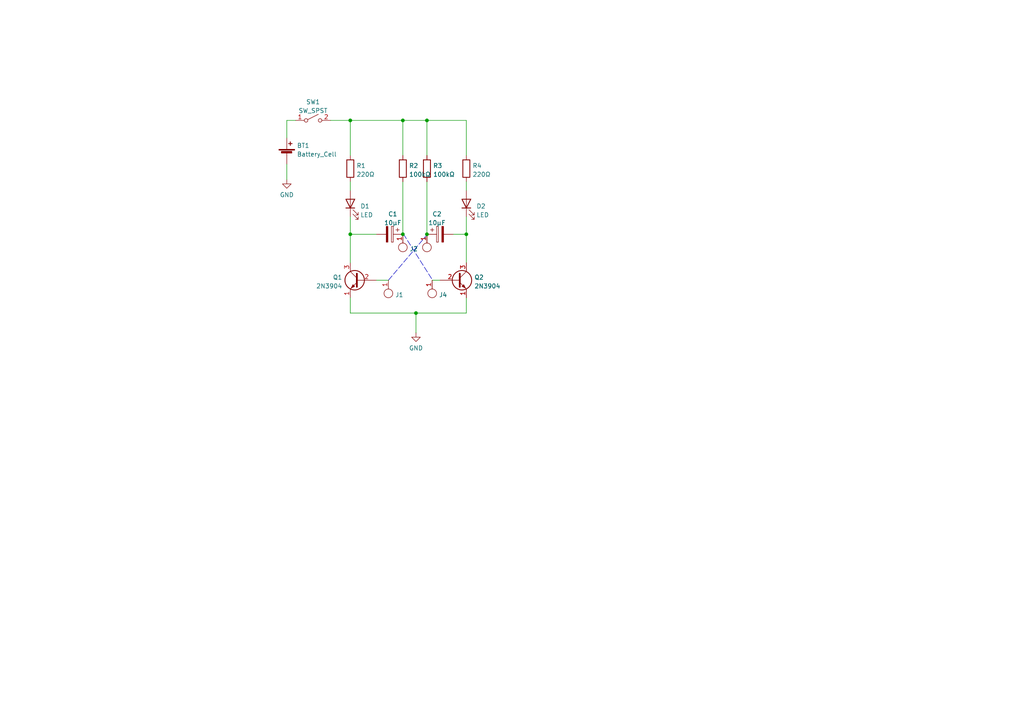
<source format=kicad_sch>
(kicad_sch (version 20211123) (generator eeschema)
  (paper "A4")
  (lib_symbols
    (symbol "Blinky:Jumper_1"
      (property "Reference" "J" (at 0 -2.54 0))
      (symbol "Jumper_1_0_1"
        (circle (center 0 0) (radius 1.27) (stroke (width 0.1524)))
      )
      (symbol "Jumper_1_1_1"
        (pin unspecified line (at 3.81 0 180) (length 2.54) (name "") (number "1"))
      )
    )
    (symbol "Device:Battery_Cell" (pin_numbers hide) (pin_names (offset 0) hide)
      (property "Reference" "BT" (at 2.54 2.54 0))
      (property "Value" "Battery_Cell" (at 2.54 0 0))
      (symbol "Battery_Cell_0_1"
        (rectangle (start -2.286 1.778) (end 2.286 1.524) (fill (type outline)))
        (rectangle (start -1.5748 1.1938) (end 1.4732 0.6858) (fill (type outline)))
        (polyline (pts (xy 0 0.762) (xy 0 0)))
        (polyline (pts (xy 0 1.778) (xy 0 2.54)))
        (polyline (pts (xy 0.508 3.429) (xy 1.524 3.429)) (stroke (width 0.254)))
        (polyline (pts (xy 1.016 3.937) (xy 1.016 2.921)) (stroke (width 0.254)))
      )
      (symbol "Battery_Cell_1_1"
        (pin passive line (at 0 5.08 270) (length 2.54) (name "+") (number "1"))
        (pin passive line (at 0 -2.54 90) (length 2.54) (name "-") (number "2"))
      )
    )
    (symbol "Device:C_Polarized" (pin_numbers hide) (pin_names (offset 0.254))
      (property "Reference" "C" (at 0.635 2.54 0))
      (property "Value" "C_Polarized" (at 0.635 -2.54 0))
      (symbol "C_Polarized_0_1"
        (rectangle (start -2.286 0.508) (end 2.286 1.016))
        (polyline (pts (xy -1.778 2.286) (xy -0.762 2.286)))
        (polyline (pts (xy -1.27 2.794) (xy -1.27 1.778)))
        (rectangle (start 2.286 -0.508) (end -2.286 -1.016) (fill (type outline)))
      )
      (symbol "C_Polarized_1_1"
        (pin passive line (at 0 3.81 270) (length 2.794) (name "~") (number "1"))
        (pin passive line (at 0 -3.81 90) (length 2.794) (name "~") (number "2"))
      )
    )
    (symbol "Device:LED" (pin_numbers hide) (pin_names (offset 1.016) hide)
      (property "Reference" "D" (at 0 2.54 0))
      (property "Value" "LED" (at 0 -2.54 0))
      (symbol "LED_0_1"
        (polyline (pts (xy -1.27 -1.27) (xy -1.27 1.27)) (stroke (width 0.254)))
        (polyline (pts (xy -1.27 0) (xy 1.27 0)))
        (polyline (pts (xy 1.27 -1.27) (xy 1.27 1.27) (xy -1.27 0) (xy 1.27 -1.27)) (stroke (width 0.254)))
        (polyline (pts (xy -3.048 -0.762) (xy -4.572 -2.286) (xy -3.81 -2.286) (xy -4.572 -2.286) (xy -4.572 -1.524)))
        (polyline (pts (xy -1.778 -0.762) (xy -3.302 -2.286) (xy -2.54 -2.286) (xy -3.302 -2.286) (xy -3.302 -1.524)))
      )
      (symbol "LED_1_1"
        (pin passive line (at -3.81 0 0) (length 2.54) (name "K") (number "1"))
        (pin passive line (at 3.81 0 180) (length 2.54) (name "A") (number "2"))
      )
    )
    (symbol "Device:R" (pin_numbers hide) (pin_names (offset 0))
      (property "Reference" "R" (at 2.032 0 90))
      (property "Value" "R" (at 0 0 90))
      (symbol "R_0_1"
        (rectangle (start -1.016 -2.54) (end 1.016 2.54) (stroke (width 0.254)))
      )
      (symbol "R_1_1"
        (pin passive line (at 0 3.81 270) (length 1.27) (name "~") (number "1"))
        (pin passive line (at 0 -3.81 90) (length 1.27) (name "~") (number "2"))
      )
    )
    (symbol "Switch:SW_SPST" (pin_names (offset 0) hide)
      (property "Reference" "SW" (at 0 3.175 0))
      (property "Value" "SW_SPST" (at 0 -2.54 0))
      (symbol "SW_SPST_0_0"
        (circle (center -2.032 0) (radius 0.508))
        (polyline (pts (xy -1.524 0.254) (xy 1.524 1.778)))
        (circle (center 2.032 0) (radius 0.508))
      )
      (symbol "SW_SPST_1_1"
        (pin passive line (at -5.08 0 0) (length 2.54) (name "A") (number "1"))
        (pin passive line (at 5.08 0 180) (length 2.54) (name "B") (number "2"))
      )
    )
    (symbol "Transistor_BJT:2N3904" (pin_names (offset 0) hide)
      (property "Reference" "Q" (at 5.08 1.905 0))
      (property "Value" "2N3904" (at 5.08 0 0))
      (symbol "2N3904_0_1"
        (polyline (pts (xy 0.635 0.635) (xy 2.54 2.54)))
        (polyline (pts (xy 0.635 -0.635) (xy 2.54 -2.54) (xy 2.54 -2.54)))
        (polyline (pts (xy 0.635 1.905) (xy 0.635 -1.905) (xy 0.635 -1.905)) (stroke (width 0.508)))
        (polyline (pts (xy 1.27 -1.778) (xy 1.778 -1.27) (xy 2.286 -2.286) (xy 1.27 -1.778) (xy 1.27 -1.778)) (fill (type outline)))
        (circle (center 1.27 0) (radius 2.8194) (stroke (width 0.254)))
      )
      (symbol "2N3904_1_1"
        (pin passive line (at 2.54 -5.08 90) (length 2.54) (name "E") (number "1"))
        (pin passive line (at -5.08 0 0) (length 5.715) (name "B") (number "2"))
        (pin passive line (at 2.54 5.08 270) (length 2.54) (name "C") (number "3"))
      )
    )
    (symbol "power:GND" (power) (pin_names (offset 0))
      (property "Value" "GND" (at 0 -3.81 0))
      (symbol "GND_0_1"
        (polyline (pts (xy 0 0) (xy 0 -1.27) (xy 1.27 -1.27) (xy 0 -2.54) (xy -1.27 -1.27) (xy 0 -1.27)))
      )
      (symbol "GND_1_1"
        (pin power_in line (at 0 0 270) (length 0) hide (name "GND") (number "1"))
      )
    )
  )
  (junction (at 135.255 67.945))
  (junction (at 123.825 67.945))
  (junction (at 101.6 34.925))
  (junction (at 116.84 67.945))
  (junction (at 120.65 90.805))
  (junction (at 101.6 67.945))
  (junction (at 123.825 34.925))
  (junction (at 116.84 34.925))
  (polyline (pts (xy 112.649 81.28) (xy 124.079 67.818)))
  (wire (pts (xy 83.185 34.925) (xy 85.725 34.925)))
  (polyline (pts (xy 116.967 67.818) (xy 125.476 81.28)))
  (wire (pts (xy 135.255 34.925) (xy 123.825 34.925)))
  (wire (pts (xy 101.6 67.945) (xy 109.22 67.945)))
  (wire (pts (xy 101.6 52.705) (xy 101.6 55.245)))
  (wire (pts (xy 120.65 90.805) (xy 135.255 90.805)))
  (wire (pts (xy 135.255 62.865) (xy 135.255 67.945)))
  (wire (pts (xy 101.6 90.805) (xy 120.65 90.805)))
  (wire (pts (xy 101.6 62.865) (xy 101.6 67.945)))
  (wire (pts (xy 116.84 52.705) (xy 116.84 67.945)))
  (wire (pts (xy 123.825 34.925) (xy 116.84 34.925)))
  (wire (pts (xy 83.185 52.07) (xy 83.185 47.625)))
  (wire (pts (xy 116.84 34.925) (xy 101.6 34.925)))
  (wire (pts (xy 123.825 34.925) (xy 123.825 45.085)))
  (wire (pts (xy 135.255 90.805) (xy 135.255 86.36)))
  (wire (pts (xy 101.6 34.925) (xy 101.6 45.085)))
  (wire (pts (xy 101.6 67.945) (xy 101.6 76.2)))
  (wire (pts (xy 125.349 81.28) (xy 127.635 81.28)))
  (wire (pts (xy 123.825 52.705) (xy 123.825 67.945)))
  (wire (pts (xy 135.255 52.705) (xy 135.255 55.245)))
  (wire (pts (xy 135.255 67.945) (xy 135.255 76.2)))
  (wire (pts (xy 116.84 34.925) (xy 116.84 45.085)))
  (wire (pts (xy 83.185 40.005) (xy 83.185 34.925)))
  (wire (pts (xy 95.885 34.925) (xy 101.6 34.925)))
  (wire (pts (xy 109.22 81.28) (xy 112.649 81.28)))
  (wire (pts (xy 120.65 90.805) (xy 120.65 96.52)))
  (wire (pts (xy 135.255 45.085) (xy 135.255 34.925)))
  (wire (pts (xy 131.445 67.945) (xy 135.255 67.945)))
  (wire (pts (xy 101.6 86.36) (xy 101.6 90.805)))
  (symbol (lib_id "Blinky:Jumper_1") (at 116.84 71.755 90) (unit 1)
    (property "Reference" "J2" (at 118.8212 72.1888 90) (effects (justify right)))
    (property "Value" "Jumper_1" (effects hide))
    (property "Footprint" "TestPoint:TestPoint_THTPad_2.0x2.0mm_Drill1.0mm" (effects hide))
  )
  (symbol (lib_id "Device:Battery_Cell") (at 83.185 45.085 0) (unit 1)
    (property "Reference" "BT1" (at 86.106 42.2183 0) (effects (justify left)))
    (property "Value" "Battery_Cell" (at 86.106 44.7552 0) (effects (justify left)))
    (property "Footprint" "Battery:BatteryHolder_Keystone_3000_1x12mm" (effects hide))
  )
  (symbol (lib_id "Transistor_BJT:2N3904") (at 104.14 81.28 0) (mirror y) (unit 1)
    (property "Reference" "Q1" (at 99.2887 80.4453 0) (effects (justify left)))
    (property "Value" "2N3904" (at 99.2887 82.9822 0) (effects (justify left)))
    (property "Footprint" "Package_TO_SOT_THT:TO-92_Inline" (effects hide))
    (property "Datasheet" "https://www.onsemi.com/pub/Collateral/2N3903-D.PDF" (effects hide))
  )
  (symbol (lib_id "Device:C_Polarized") (at 127.635 67.945 90) (mirror x) (unit 1)
    (property "Reference" "C2" (at 126.746 62.0862 90))
    (property "Value" "10μF" (at 126.746 64.6231 90))
    (property "Footprint" "Capacitor_THT:CP_Radial_D5.0mm_P2.50mm" (effects hide))
  )
  (symbol (lib_id "Blinky:Jumper_1") (at 112.649 85.09 90) (unit 1)
    (property "Reference" "J1" (at 114.6302 85.5238 90) (effects (justify right)))
    (property "Value" "Jumper_1" (effects hide))
    (property "Footprint" "TestPoint:TestPoint_THTPad_2.0x2.0mm_Drill1.0mm" (effects hide))
  )
  (symbol (lib_id "Device:R") (at 101.6 48.895 0) (unit 1)
    (property "Reference" "R1" (at 103.378 48.0603 0) (effects (justify left)))
    (property "Value" "220Ω" (at 103.378 50.5972 0) (effects (justify left)))
    (property "Footprint" "Resistor_THT:R_Axial_DIN0207_L6.3mm_D2.5mm_P2.54mm_Vertical" (effects hide))
  )
  (symbol (lib_id "power:GND") (at 83.185 52.07 0) (unit 1)
    (property "Reference" "#PWR01" (effects hide))
    (property "Value" "GND" (at 83.185 56.5134 0))
  )
  (symbol (lib_id "Blinky:Jumper_1") (at 123.825 71.755 90) (unit 1)
    (property "Reference" "J3" (at 125.8062 72.1888 90) (effects (justify right)))
    (property "Value" "Jumper_1" (effects hide))
    (property "Footprint" "TestPoint:TestPoint_THTPad_2.0x2.0mm_Drill1.0mm" (effects hide))
    (property "Reference" "J3" (effects hide))
    (property "Value" "Jumper_1" (effects hide))
  )
  (symbol (lib_id "Blinky:Jumper_1") (at 125.349 85.09 90) (unit 1)
    (property "Reference" "J4" (at 127.3302 85.5238 90) (effects (justify right)))
    (property "Value" "Jumper_1" (effects hide))
    (property "Footprint" "TestPoint:TestPoint_THTPad_2.0x2.0mm_Drill1.0mm" (effects hide))
  )
  (symbol (lib_id "Device:LED") (at 101.6 59.055 90) (unit 1)
    (property "Reference" "D1" (at 104.521 59.8078 90) (effects (justify right)))
    (property "Value" "LED" (at 104.521 62.3447 90) (effects (justify right)))
    (property "Footprint" "LED_THT:LED_D5.0mm" (effects hide))
  )
  (symbol (lib_id "Device:R") (at 135.255 48.895 0) (unit 1)
    (property "Reference" "R4" (at 137.033 48.0603 0) (effects (justify left)))
    (property "Value" "220Ω" (at 137.033 50.5972 0) (effects (justify left)))
    (property "Footprint" "Resistor_THT:R_Axial_DIN0207_L6.3mm_D2.5mm_P2.54mm_Vertical" (effects hide))
  )
  (symbol (lib_id "Device:R") (at 123.825 48.895 0) (unit 1)
    (property "Reference" "R3" (at 125.603 48.0603 0) (effects (justify left)))
    (property "Value" "100kΩ" (at 125.603 50.5972 0) (effects (justify left)))
    (property "Footprint" "Resistor_THT:R_Axial_DIN0207_L6.3mm_D2.5mm_P2.54mm_Vertical" (effects hide))
  )
  (symbol (lib_id "Device:R") (at 116.84 48.895 0) (unit 1)
    (property "Reference" "R2" (at 118.618 48.0603 0) (effects (justify left)))
    (property "Value" "100kΩ" (at 118.618 50.5972 0) (effects (justify left)))
    (property "Footprint" "Resistor_THT:R_Axial_DIN0207_L6.3mm_D2.5mm_P2.54mm_Vertical" (effects hide))
  )
  (symbol (lib_id "Switch:SW_SPST") (at 90.805 34.925 0) (unit 1)
    (property "Reference" "SW1" (at 90.805 29.5742 0))
    (property "Value" "SW_SPST" (at 90.805 32.1111 0))
    (property "Footprint" "Blinky_ZAM:SSK-1202" (effects hide))
  )
  (symbol (lib_id "Device:C_Polarized") (at 113.03 67.945 270) (unit 1)
    (property "Reference" "C1" (at 113.919 62.0862 90))
    (property "Value" "10μF" (at 113.919 64.6231 90))
    (property "Footprint" "Capacitor_THT:CP_Radial_D5.0mm_P2.50mm" (effects hide))
  )
  (symbol (lib_id "power:GND") (at 120.65 96.52 0) (unit 1)
    (property "Reference" "#PWR02" (effects hide))
    (property "Value" "GND" (at 120.65 100.9634 0))
  )
  (symbol (lib_id "Transistor_BJT:2N3904") (at 132.715 81.28 0) (unit 1)
    (property "Reference" "Q2" (at 137.5664 80.4453 0) (effects (justify left)))
    (property "Value" "2N3904" (at 137.5664 82.9822 0) (effects (justify left)))
    (property "Footprint" "Package_TO_SOT_THT:TO-92_Inline" (effects hide))
    (property "Datasheet" "https://www.onsemi.com/pub/Collateral/2N3903-D.PDF" (effects hide))
  )
  (symbol (lib_id "Device:LED") (at 135.255 59.055 90) (unit 1)
    (property "Reference" "D2" (at 138.176 59.8078 90) (effects (justify right)))
    (property "Value" "LED" (at 138.176 62.3447 90) (effects (justify right)))
    (property "Footprint" "LED_THT:LED_D5.0mm" (effects hide))
  )
)
</source>
